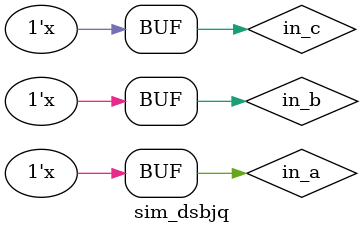
<source format=v>
`timescale 1ns / 1ps


module sim_dsbjq(

    );
 reg in_a,in_b,in_c;
 wire f;
 v_dsbjq u1(.a(in_a),.b(in_b),.c(in_c),.f(in_f));
 initial
 begin
    in_a=0;in_b=0;in_c=0;
 end;
always #20{in_a,in_b,in_c}={in_a,in_b,in_c}+1;
endmodule

</source>
